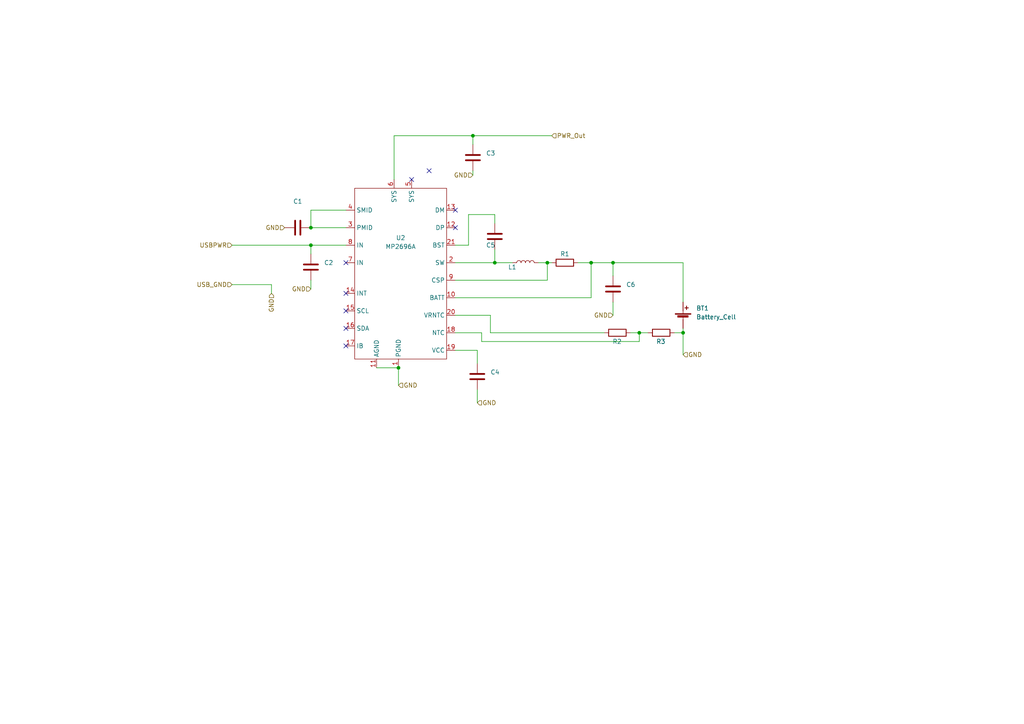
<source format=kicad_sch>
(kicad_sch (version 20211123) (generator eeschema)
  (paper "A4")
  (lib_symbols
    (symbol "Device:Battery_Cell" (pin_numbers hide) (pin_names (offset 0) hide)
      (property "Reference" "BT1" (at 3.81 3.3021 0))
      (property "Value" "Battery_Cell" (at 3.81 0.7621 0))
      (symbol "Battery_Cell_0_1"
        (rectangle (start -2.286 1.778) (end 2.286 1.524) (fill (type outline)))
        (rectangle (start -1.5748 1.1938) (end 1.4732 0.6858) (fill (type outline)))
        (polyline (pts (xy 0 0.762) (xy 0 0)))
        (polyline (pts (xy 0 1.778) (xy 0 2.54)))
        (polyline (pts (xy 0.508 3.429) (xy 1.524 3.429)) (stroke (width 0.254)))
        (polyline (pts (xy 1.016 3.937) (xy 1.016 2.921)) (stroke (width 0.254)))
      )
      (symbol "Battery_Cell_1_1"
        (pin passive line (at 0 -2.54 90) (length 2.54) (name "-") (number "1"))
        (pin passive line (at 0 5.08 270) (length 2.54) (name "+") (number "2"))
      )
    )
    (symbol "Device:C" (pin_numbers hide) (pin_names (offset 0.254))
      (property "Reference" "C" (at 0.635 2.54 0))
      (property "Value" "C" (at 0.635 -2.54 0))
      (symbol "C_0_1"
        (polyline (pts (xy -2.032 -0.762) (xy 2.032 -0.762)) (stroke (width 0.508)))
        (polyline (pts (xy -2.032 0.762) (xy 2.032 0.762)) (stroke (width 0.508)))
      )
      (symbol "C_1_1"
        (pin passive line (at 0 3.81 270) (length 2.794) (name "~") (number "1"))
        (pin passive line (at 0 -3.81 90) (length 2.794) (name "~") (number "2"))
      )
    )
    (symbol "Device:L" (pin_numbers hide) (pin_names (offset 1.016) hide)
      (property "Reference" "L" (at -1.27 0 90))
      (property "Value" "L" (at 1.905 0 90))
      (symbol "L_0_1"
        (arc (start 0 -2.54) (mid 0.635 -1.905) (end 0 -1.27))
        (arc (start 0 -1.27) (mid 0.635 -0.635) (end 0 0))
        (arc (start 0 0) (mid 0.635 0.635) (end 0 1.27))
        (arc (start 0 1.27) (mid 0.635 1.905) (end 0 2.54))
      )
      (symbol "L_1_1"
        (pin passive line (at 0 3.81 270) (length 1.27) (name "1") (number "1"))
        (pin passive line (at 0 -3.81 90) (length 1.27) (name "2") (number "2"))
      )
    )
    (symbol "Device:R" (pin_numbers hide) (pin_names (offset 0))
      (property "Reference" "R" (at 2.032 0 90))
      (property "Value" "R" (at 0 0 90))
      (symbol "R_0_1"
        (rectangle (start -1.016 -2.54) (end 1.016 2.54) (stroke (width 0.254)))
      )
      (symbol "R_1_1"
        (pin passive line (at 0 3.81 270) (length 1.27) (name "~") (number "1"))
        (pin passive line (at 0 -3.81 90) (length 1.27) (name "~") (number "2"))
      )
    )
    (symbol "Project_Symbols:MP2696A"
      (property "Reference" "U?" (at -0.635 12.2938 0))
      (property "Value" "MP2696A" (at -0.635 9.7538 0))
      (symbol "MP2696A_0_1"
        (rectangle (start -13.97 26.67) (end 12.7 -22.86))
      )
      (symbol "MP2696A_1_1"
        (pin input line (at -1.27 -25.4 90) (length 2.54) (name "PGND") (number "1"))
        (pin input line (at 15.24 -5.08 180) (length 2.54) (name "BATT") (number "10"))
        (pin input line (at -7.62 -25.4 90) (length 2.54) (name "AGND") (number "11"))
        (pin input line (at 15.24 15.24 180) (length 2.54) (name "DP") (number "12"))
        (pin input line (at 15.24 20.32 180) (length 2.54) (name "DM") (number "13"))
        (pin input line (at -16.51 -3.81 0) (length 2.54) (name "INT") (number "14"))
        (pin input line (at -16.51 -8.89 0) (length 2.54) (name "SCL") (number "15"))
        (pin input line (at -16.51 -13.97 0) (length 2.54) (name "SDA") (number "16"))
        (pin input line (at -16.51 -19.05 0) (length 2.54) (name "IB") (number "17"))
        (pin input line (at 15.24 -15.24 180) (length 2.54) (name "NTC") (number "18"))
        (pin input line (at 15.24 -20.32 180) (length 2.54) (name "VCC") (number "19"))
        (pin input line (at 15.24 5.08 180) (length 2.54) (name "SW") (number "2"))
        (pin input line (at 15.24 -10.16 180) (length 2.54) (name "VRNTC") (number "20"))
        (pin input line (at 15.24 10.16 180) (length 2.54) (name "BST") (number "21"))
        (pin input line (at -16.51 15.24 0) (length 2.54) (name "PMID") (number "3"))
        (pin input line (at -16.51 20.32 0) (length 2.54) (name "SMID") (number "4"))
        (pin input line (at 2.54 29.21 270) (length 2.54) (name "SYS") (number "5"))
        (pin input line (at -2.54 29.21 270) (length 2.54) (name "SYS") (number "6"))
        (pin input line (at -16.51 5.08 0) (length 2.54) (name "IN") (number "7"))
        (pin input line (at -16.51 10.16 0) (length 2.54) (name "IN") (number "8"))
        (pin input line (at 15.24 0 180) (length 2.54) (name "CSP") (number "9"))
      )
    )
  )
  (junction (at 90.17 66.04))
  (junction (at 137.16 39.37))
  (junction (at 158.75 76.2))
  (junction (at 90.17 71.12))
  (junction (at 171.45 76.2))
  (junction (at 185.42 96.52))
  (junction (at 115.57 106.68))
  (junction (at 198.12 96.52))
  (junction (at 177.8 76.2))
  (junction (at 143.51 76.2))
  (no_connect (at 100.33 76.2))
  (no_connect (at 100.33 85.09))
  (no_connect (at 100.33 90.17))
  (no_connect (at 100.33 95.25))
  (no_connect (at 100.33 100.33))
  (no_connect (at 119.38 52.07))
  (no_connect (at 124.46 49.53))
  (no_connect (at 132.08 66.04))
  (no_connect (at 132.08 60.96))
  (wire (pts (xy 109.22 106.68) (xy 115.57 106.68)))
  (wire (pts (xy 137.16 39.37) (xy 137.16 41.91)))
  (wire (pts (xy 198.12 96.52) (xy 198.12 102.87)))
  (wire (pts (xy 90.17 71.12) (xy 100.33 71.12)))
  (wire (pts (xy 132.08 101.6) (xy 138.43 101.6)))
  (wire (pts (xy 135.89 71.12) (xy 135.89 62.23)))
  (wire (pts (xy 114.3 52.07) (xy 114.3 39.37)))
  (wire (pts (xy 67.31 71.12) (xy 90.17 71.12)))
  (wire (pts (xy 177.8 76.2) (xy 177.8 80.01)))
  (wire (pts (xy 137.16 49.53) (xy 137.16 50.8)))
  (wire (pts (xy 185.42 99.06) (xy 185.42 96.52)))
  (wire (pts (xy 198.12 76.2) (xy 198.12 87.63)))
  (wire (pts (xy 177.8 76.2) (xy 198.12 76.2)))
  (wire (pts (xy 90.17 71.12) (xy 90.17 73.66)))
  (wire (pts (xy 90.17 60.96) (xy 90.17 66.04)))
  (wire (pts (xy 132.08 71.12) (xy 135.89 71.12)))
  (wire (pts (xy 132.08 91.44) (xy 142.24 91.44)))
  (wire (pts (xy 156.21 76.2) (xy 158.75 76.2)))
  (wire (pts (xy 138.43 101.6) (xy 138.43 105.41)))
  (wire (pts (xy 185.42 96.52) (xy 187.96 96.52)))
  (wire (pts (xy 132.08 81.28) (xy 158.75 81.28)))
  (wire (pts (xy 115.57 106.68) (xy 115.57 111.76)))
  (wire (pts (xy 143.51 76.2) (xy 148.59 76.2)))
  (wire (pts (xy 90.17 81.28) (xy 90.17 83.82)))
  (wire (pts (xy 158.75 81.28) (xy 158.75 76.2)))
  (wire (pts (xy 171.45 76.2) (xy 177.8 76.2)))
  (wire (pts (xy 90.17 66.04) (xy 100.33 66.04)))
  (wire (pts (xy 138.43 113.03) (xy 138.43 116.84)))
  (wire (pts (xy 143.51 62.23) (xy 143.51 64.77)))
  (wire (pts (xy 139.7 99.06) (xy 185.42 99.06)))
  (wire (pts (xy 142.24 96.52) (xy 175.26 96.52)))
  (wire (pts (xy 132.08 86.36) (xy 171.45 86.36)))
  (wire (pts (xy 182.88 96.52) (xy 185.42 96.52)))
  (wire (pts (xy 198.12 96.52) (xy 198.12 95.25)))
  (wire (pts (xy 137.16 39.37) (xy 160.02 39.37)))
  (wire (pts (xy 132.08 96.52) (xy 139.7 96.52)))
  (wire (pts (xy 142.24 91.44) (xy 142.24 96.52)))
  (wire (pts (xy 100.33 60.96) (xy 90.17 60.96)))
  (wire (pts (xy 167.64 76.2) (xy 171.45 76.2)))
  (wire (pts (xy 78.74 82.55) (xy 78.74 85.09)))
  (wire (pts (xy 135.89 62.23) (xy 143.51 62.23)))
  (wire (pts (xy 177.8 87.63) (xy 177.8 91.44)))
  (wire (pts (xy 143.51 72.39) (xy 143.51 76.2)))
  (wire (pts (xy 171.45 86.36) (xy 171.45 76.2)))
  (wire (pts (xy 67.31 82.55) (xy 78.74 82.55)))
  (wire (pts (xy 114.3 39.37) (xy 137.16 39.37)))
  (wire (pts (xy 132.08 76.2) (xy 143.51 76.2)))
  (wire (pts (xy 139.7 96.52) (xy 139.7 99.06)))
  (wire (pts (xy 195.58 96.52) (xy 198.12 96.52)))
  (wire (pts (xy 158.75 76.2) (xy 160.02 76.2)))
  (hierarchical_label "GND" (shape input) (at 198.12 102.87 0))
  (hierarchical_label "GND" (shape input) (at 90.17 83.82 180))
  (hierarchical_label "GND" (shape input) (at 138.43 116.84 0))
  (hierarchical_label "USBPWR" (shape input) (at 67.31 71.12 180))
  (hierarchical_label "GND" (shape input) (at 177.8 91.44 180))
  (hierarchical_label "GND" (shape input) (at 78.74 85.09 270))
  (hierarchical_label "GND" (shape input) (at 115.57 111.76 0))
  (hierarchical_label "USB_GND" (shape input) (at 67.31 82.55 180))
  (hierarchical_label "GND" (shape input) (at 82.55 66.04 180))
  (hierarchical_label "PWR_Out" (shape input) (at 160.02 39.37 0))
  (hierarchical_label "GND" (shape input) (at 137.16 50.8 180))
  (symbol (lib_id "Project_Symbols:MP2696A") (at 116.84 81.28 0) (unit 1)
    (property "Reference" "U2" (at 116.205 68.9862 0))
    (property "Value" "MP2696A" (at 116.205 71.5262 0))
  )
  (symbol (lib_id "Device:C") (at 143.51 68.58 0) (unit 1)
    (property "Reference" "C5" (at 140.97 71.12 0) (effects (justify left)))
  )
  (symbol (lib_id "Device:C") (at 177.8 83.82 0) (unit 1)
    (property "Reference" "C6" (at 181.61 82.5499 0) (effects (justify left)))
  )
  (symbol (lib_id "Device:L") (at 152.4 76.2 90) (unit 1)
    (property "Reference" "L1" (at 148.59 77.47 90))
  )
  (symbol (lib_id "Device:Battery_Cell") (at 198.12 92.71 0) (unit 1)
    (property "Reference" "BT1" (at 201.93 89.4079 0) (effects (justify left)))
    (property "Value" "Battery_Cell" (at 201.93 91.9479 0) (effects (justify left)))
    (property "Footprint" "Connector_Molex:Molex_MicroClasp_55932-0230_1x02_P2.00mm_Vertical" (effects hide))
  )
  (symbol (lib_id "Device:C") (at 86.36 66.04 90) (unit 1)
    (property "Reference" "C1" (at 86.36 58.42 90))
  )
  (symbol (lib_id "Device:C") (at 90.17 77.47 0) (unit 1)
    (property "Reference" "C2" (at 93.98 76.1999 0) (effects (justify left)))
  )
  (symbol (lib_id "Device:C") (at 137.16 45.72 0) (unit 1)
    (property "Reference" "C3" (at 140.97 44.4499 0) (effects (justify left)))
  )
  (symbol (lib_id "Device:R") (at 191.77 96.52 90) (unit 1)
    (property "Reference" "R3" (at 193.04 99.06 90) (effects (justify left)))
  )
  (symbol (lib_id "Device:R") (at 179.07 96.52 90) (unit 1)
    (property "Reference" "R2" (at 180.34 99.06 90) (effects (justify left)))
  )
  (symbol (lib_id "Device:R") (at 163.83 76.2 90) (unit 1)
    (property "Reference" "R1" (at 163.83 73.66 90))
  )
  (symbol (lib_id "Device:C") (at 138.43 109.22 0) (unit 1)
    (property "Reference" "C4" (at 142.24 107.9499 0) (effects (justify left)))
  )
)
</source>
